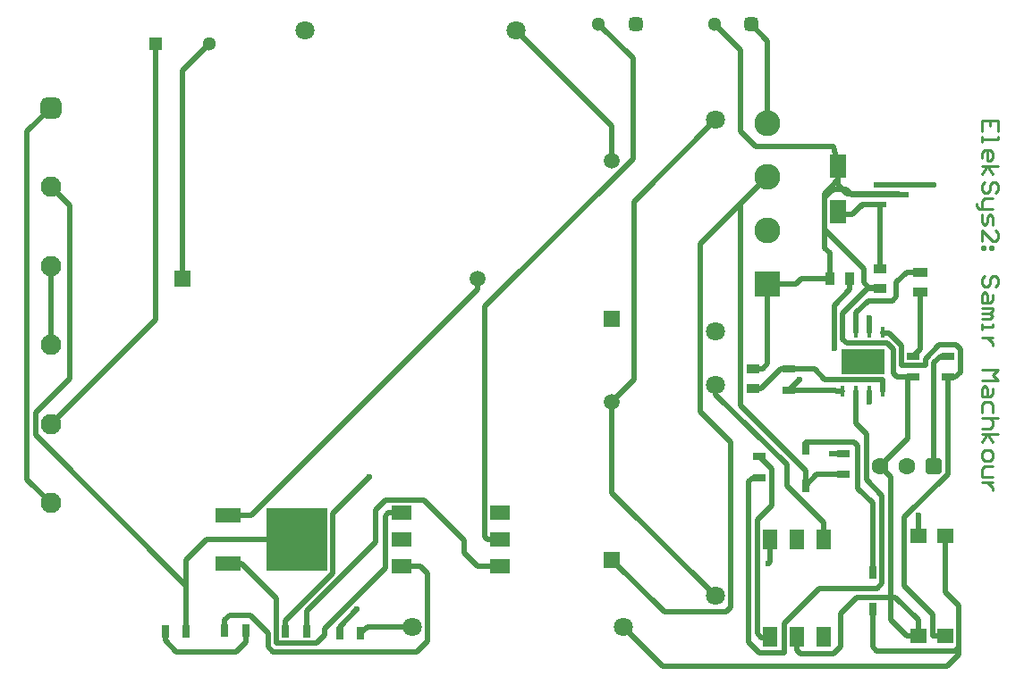
<source format=gtl>
G04*
G04 #@! TF.GenerationSoftware,Altium Limited,Altium Designer,24.5.1 (21)*
G04*
G04 Layer_Physical_Order=1*
G04 Layer_Color=255*
%FSLAX44Y44*%
%MOMM*%
G71*
G04*
G04 #@! TF.SameCoordinates,667E7DA7-0DE7-46C7-9864-8DF00163D8D0*
G04*
G04*
G04 #@! TF.FilePolarity,Positive*
G04*
G01*
G75*
%ADD14C,0.2540*%
%ADD15R,0.9000X1.3000*%
%ADD16R,1.3000X0.9000*%
%ADD17R,1.5500X1.4000*%
%ADD18R,1.4000X1.9000*%
%ADD19R,0.8000X1.1500*%
%ADD20R,1.5500X2.3000*%
%ADD21R,1.2500X0.7000*%
%ADD22R,1.4000X0.9500*%
%ADD23R,1.2500X0.6000*%
%ADD24R,4.1000X2.4000*%
%ADD25R,0.4500X1.1000*%
%ADD26R,1.9000X1.4000*%
%ADD27R,2.4000X1.4000*%
%ADD28R,5.7500X5.9000*%
%ADD29R,0.7000X1.2500*%
%ADD60C,0.5000*%
%ADD61R,1.5000X1.5000*%
%ADD62C,1.5000*%
%ADD63C,1.5190*%
%ADD64R,1.5190X1.5190*%
%ADD65C,1.8000*%
%ADD66C,1.3000*%
%ADD67R,1.3000X1.3000*%
G04:AMPARAMS|DCode=68|XSize=1.3mm|YSize=1.3mm|CornerRadius=0.325mm|HoleSize=0mm|Usage=FLASHONLY|Rotation=0.000|XOffset=0mm|YOffset=0mm|HoleType=Round|Shape=RoundedRectangle|*
%AMROUNDEDRECTD68*
21,1,1.3000,0.6500,0,0,0.0*
21,1,0.6500,1.3000,0,0,0.0*
1,1,0.6500,0.3250,-0.3250*
1,1,0.6500,-0.3250,-0.3250*
1,1,0.6500,-0.3250,0.3250*
1,1,0.6500,0.3250,0.3250*
%
%ADD68ROUNDEDRECTD68*%
G04:AMPARAMS|DCode=69|XSize=1.6mm|YSize=1.6mm|CornerRadius=0.4mm|HoleSize=0mm|Usage=FLASHONLY|Rotation=180.000|XOffset=0mm|YOffset=0mm|HoleType=Round|Shape=RoundedRectangle|*
%AMROUNDEDRECTD69*
21,1,1.6000,0.8000,0,0,180.0*
21,1,0.8000,1.6000,0,0,180.0*
1,1,0.8000,-0.4000,0.4000*
1,1,0.8000,0.4000,0.4000*
1,1,0.8000,0.4000,-0.4000*
1,1,0.8000,-0.4000,-0.4000*
%
%ADD69ROUNDEDRECTD69*%
%ADD70C,1.6000*%
%ADD71R,2.4450X2.4450*%
%ADD72C,2.4450*%
%ADD73C,1.9500*%
G04:AMPARAMS|DCode=74|XSize=1.95mm|YSize=1.95mm|CornerRadius=0.4875mm|HoleSize=0mm|Usage=FLASHONLY|Rotation=270.000|XOffset=0mm|YOffset=0mm|HoleType=Round|Shape=RoundedRectangle|*
%AMROUNDEDRECTD74*
21,1,1.9500,0.9750,0,0,270.0*
21,1,0.9750,1.9500,0,0,270.0*
1,1,0.9750,-0.4875,-0.4875*
1,1,0.9750,-0.4875,0.4875*
1,1,0.9750,0.4875,0.4875*
1,1,0.9750,0.4875,-0.4875*
%
%ADD74ROUNDEDRECTD74*%
%ADD75C,0.6000*%
D14*
X1216653Y762003D02*
Y772160D01*
X1201418D01*
Y762003D01*
X1209036Y772160D02*
Y767082D01*
X1201418Y756925D02*
Y751847D01*
Y754386D01*
X1216653D01*
Y756925D01*
X1201418Y736611D02*
Y741690D01*
X1203958Y744229D01*
X1209036D01*
X1211575Y741690D01*
Y736611D01*
X1209036Y734072D01*
X1206497D01*
Y744229D01*
X1201418Y728994D02*
X1216653D01*
X1206497D02*
X1211575Y721376D01*
X1206497Y728994D02*
X1201418Y721376D01*
X1214114Y703602D02*
X1216653Y706141D01*
Y711220D01*
X1214114Y713759D01*
X1211575D01*
X1209036Y711220D01*
Y706141D01*
X1206497Y703602D01*
X1203958D01*
X1201418Y706141D01*
Y711220D01*
X1203958Y713759D01*
X1211575Y698524D02*
X1203958D01*
X1201418Y695985D01*
Y688367D01*
X1198879D01*
X1196340Y690906D01*
Y693446D01*
X1201418Y688367D02*
X1211575D01*
X1201418Y683289D02*
Y675671D01*
X1203958Y673132D01*
X1206497Y675671D01*
Y680750D01*
X1209036Y683289D01*
X1211575Y680750D01*
Y673132D01*
X1201418Y657897D02*
Y668054D01*
X1211575Y657897D01*
X1214114D01*
X1216653Y660436D01*
Y665515D01*
X1214114Y668054D01*
X1211575Y652819D02*
Y650279D01*
X1209036D01*
Y652819D01*
X1211575D01*
X1203958D02*
Y650279D01*
X1201418D01*
Y652819D01*
X1203958D01*
X1214114Y614731D02*
X1216653Y617270D01*
Y622349D01*
X1214114Y624888D01*
X1211575D01*
X1209036Y622349D01*
Y617270D01*
X1206497Y614731D01*
X1203958D01*
X1201418Y617270D01*
Y622349D01*
X1203958Y624888D01*
X1211575Y607113D02*
Y602035D01*
X1209036Y599496D01*
X1201418D01*
Y607113D01*
X1203958Y609653D01*
X1206497Y607113D01*
Y599496D01*
X1201418Y594417D02*
X1211575D01*
Y591878D01*
X1209036Y589339D01*
X1201418D01*
X1209036D01*
X1211575Y586800D01*
X1209036Y584261D01*
X1201418D01*
Y579182D02*
Y574104D01*
Y576643D01*
X1211575D01*
Y579182D01*
Y566487D02*
X1201418D01*
X1206497D01*
X1209036Y563947D01*
X1211575Y561408D01*
Y558869D01*
X1201418Y536016D02*
X1216653D01*
X1211575Y530938D01*
X1216653Y525860D01*
X1201418D01*
X1211575Y518242D02*
Y513164D01*
X1209036Y510625D01*
X1201418D01*
Y518242D01*
X1203958Y520781D01*
X1206497Y518242D01*
Y510625D01*
X1211575Y495390D02*
Y503007D01*
X1209036Y505546D01*
X1203958D01*
X1201418Y503007D01*
Y495390D01*
X1216653Y490311D02*
X1201418D01*
X1209036D01*
X1211575Y487772D01*
Y482694D01*
X1209036Y480154D01*
X1201418D01*
Y475076D02*
X1216653D01*
X1206497D02*
X1211575Y467459D01*
X1206497Y475076D02*
X1201418Y467459D01*
Y457302D02*
Y452224D01*
X1203958Y449684D01*
X1209036D01*
X1211575Y452224D01*
Y457302D01*
X1209036Y459841D01*
X1203958D01*
X1201418Y457302D01*
X1211575Y444606D02*
X1203958D01*
X1201418Y442067D01*
Y434449D01*
X1211575D01*
Y429371D02*
X1201418D01*
X1206497D01*
X1209036Y426832D01*
X1211575Y424292D01*
Y421753D01*
D15*
X1076300Y622300D02*
D03*
X1057300D02*
D03*
D16*
X984758Y536804D02*
D03*
Y517804D02*
D03*
X1104900Y631800D02*
D03*
Y612800D02*
D03*
D17*
X1166368Y378712D02*
D03*
X1140968D02*
D03*
Y283212D02*
D03*
X1166368D02*
D03*
D18*
X1000760Y375430D02*
D03*
X1026160D02*
D03*
X1051560D02*
D03*
Y282430D02*
D03*
X1026160D02*
D03*
X1000760D02*
D03*
D19*
X1097788Y308890D02*
D03*
Y343890D02*
D03*
X1034288Y426264D02*
D03*
Y461264D02*
D03*
D20*
X1065276Y728546D02*
D03*
Y685546D02*
D03*
D21*
X990854Y453738D02*
D03*
Y433738D02*
D03*
X1136396Y528734D02*
D03*
Y548734D02*
D03*
X1169162Y528734D02*
D03*
Y548734D02*
D03*
X1018794Y536542D02*
D03*
Y516542D02*
D03*
X1070356Y456532D02*
D03*
Y436532D02*
D03*
D22*
X1143000Y628600D02*
D03*
Y609600D02*
D03*
D23*
X1104900Y711200D02*
D03*
Y692200D02*
D03*
X1125900Y701700D02*
D03*
D24*
X1088644Y543874D02*
D03*
D25*
X1069594Y571874D02*
D03*
X1082294D02*
D03*
X1094994D02*
D03*
X1107694D02*
D03*
Y515874D02*
D03*
X1094994D02*
D03*
X1082294D02*
D03*
X1069594D02*
D03*
D26*
X652000Y349250D02*
D03*
Y374650D02*
D03*
Y400050D02*
D03*
X745000D02*
D03*
Y374650D02*
D03*
Y349250D02*
D03*
D27*
X487200Y351800D02*
D03*
Y397500D02*
D03*
D28*
X552450Y374650D02*
D03*
D29*
X613250Y286004D02*
D03*
X593250D02*
D03*
X504378Y288290D02*
D03*
X484378D02*
D03*
X447896Y288036D02*
D03*
X427896D02*
D03*
X561942D02*
D03*
X541942D02*
D03*
D60*
X1179322Y265938D02*
Y273050D01*
X1122680Y701700D02*
Y703072D01*
Y701700D02*
X1125900D01*
X1077976D02*
X1122680D01*
X1076604Y703072D02*
X1122680D01*
X1073150D02*
X1076604D01*
X1094045Y614130D02*
X1095375Y612800D01*
X1089660Y618515D02*
X1094045Y614130D01*
X1065276Y710946D02*
Y716026D01*
X1069086Y707136D02*
X1073150Y703072D01*
X1065276Y710946D02*
X1069086Y707136D01*
X1072540D01*
X1060450D02*
X1069086D01*
X1076604Y703072D02*
X1077976Y701700D01*
X1072540Y707136D02*
X1076604Y703072D01*
X1131316Y470916D02*
Y528734D01*
X1120565D02*
X1131316D01*
X1114828Y320294D02*
X1119378D01*
X1082802D02*
X1114828D01*
Y434572D01*
Y298684D02*
Y320294D01*
X1052322Y699008D02*
Y703072D01*
Y668782D02*
Y699008D01*
Y651408D02*
Y668782D01*
X1107694Y570230D02*
X1113420D01*
X973074Y693674D02*
X998474Y719074D01*
X934720Y655320D02*
X973074Y693674D01*
X1078865Y682879D02*
X1088186Y692200D01*
X1065276Y682879D02*
X1078865D01*
X1034288Y467445D02*
X1079964D01*
X992124Y282194D02*
X1000760D01*
X447896Y331376D02*
Y355600D01*
Y288036D02*
Y331376D01*
X1076300Y611988D02*
Y622300D01*
X1061212Y596900D02*
X1076300Y611988D01*
X1061212Y556260D02*
Y596900D01*
X1018794Y516542D02*
X1028794Y526542D01*
X1104900Y711200D02*
X1155700D01*
X541942Y288036D02*
Y298356D01*
X586727Y343141D01*
Y399783D01*
X621284Y434340D01*
X1094994Y571874D02*
Y584962D01*
X297209Y761610D02*
X320000Y784400D01*
X297209Y432191D02*
Y761610D01*
Y432191D02*
X320000Y409400D01*
X733425Y374650D02*
X745000D01*
X730250Y377825D02*
X733425Y374650D01*
X730250Y377825D02*
Y595630D01*
X870712Y736092D01*
Y831088D01*
X838200Y863600D02*
X870712Y831088D01*
X1069594Y571874D02*
Y589679D01*
X1094045Y614130D01*
X1104900Y612800D01*
X947700Y863600D02*
X972566Y838734D01*
Y762000D02*
Y838734D01*
Y762000D02*
X987044Y747522D01*
X1060704D01*
X1065276Y728546D01*
X1154938Y283212D02*
X1166368D01*
X1154938D02*
Y304038D01*
X1128014Y330962D02*
X1154938Y304038D01*
X1128014Y330962D02*
Y395986D01*
X1169162Y437134D01*
Y528734D01*
X1140968Y378712D02*
Y397510D01*
X1058672Y456532D02*
X1070356D01*
X948944Y511926D02*
Y521386D01*
Y511926D02*
X1017031Y446380D01*
Y425450D02*
Y446380D01*
Y425450D02*
X1051560Y390921D01*
Y375430D02*
Y390921D01*
X619346Y292100D02*
X662000D01*
X613250Y286004D02*
X619346Y292100D01*
X1034288Y426264D02*
Y440436D01*
X973074Y501650D02*
X1034288Y440436D01*
X973074Y501650D02*
Y693674D01*
X850900Y355600D02*
X900430Y306070D01*
X958850D01*
X963168Y310388D01*
Y467360D01*
X934720Y495808D02*
X963168Y467360D01*
X934720Y495808D02*
Y655320D01*
X1088186Y692200D02*
X1104900D01*
X1086562Y690880D02*
X1088186Y692200D01*
X998474Y769874D02*
Y847826D01*
X982700Y863600D02*
X998474Y847826D01*
X850900Y734200D02*
Y766750D01*
X760400Y857250D02*
X850900Y766750D01*
X487200Y397500D02*
X509270D01*
X723900Y612130D01*
Y622300D01*
X850900Y419430D02*
Y505600D01*
Y419430D02*
X948944Y321386D01*
X444500Y622300D02*
Y819150D01*
X469900Y844550D01*
X561942Y288036D02*
Y307042D01*
X626999Y372099D01*
Y402971D01*
X636270Y412242D01*
X673100D01*
X711200Y374142D01*
Y361950D02*
Y374142D01*
Y361950D02*
X723900Y349250D01*
X745000D01*
X419100Y583500D02*
Y844550D01*
X320000Y484400D02*
X419100Y583500D01*
X320000Y709400D02*
X337566Y691834D01*
Y527657D02*
Y691834D01*
X305209Y495300D02*
X337566Y527657D01*
X305209Y474063D02*
Y495300D01*
Y474063D02*
X447896Y331376D01*
X487200Y351800D02*
X500380D01*
X533401Y318779D01*
Y276746D02*
Y318779D01*
Y276746D02*
X571500D01*
X579046Y284291D01*
Y290106D01*
X636492Y347552D01*
Y397478D01*
X639064Y400050D01*
X652000D01*
Y349250D02*
X669798D01*
X676148Y342900D01*
Y278130D02*
Y342900D01*
X666242Y268224D02*
X676148Y278130D01*
X530225Y268224D02*
X666242D01*
X525401Y273048D02*
X530225Y268224D01*
X525401Y273048D02*
Y286129D01*
X508508Y303022D02*
X525401Y286129D01*
X488950Y303022D02*
X508508D01*
X484378Y298450D02*
X488950Y303022D01*
X484378Y288290D02*
Y298450D01*
X1000760Y353822D02*
Y375430D01*
X998728Y351790D02*
X1000760Y353822D01*
X593250Y286004D02*
Y292260D01*
X609600Y308610D01*
X1026160Y269875D02*
Y282430D01*
Y269875D02*
X1029589Y266446D01*
X1060704D01*
X1067308Y273050D01*
Y304800D01*
X1082802Y320294D01*
X1119378D02*
X1140968Y298704D01*
Y283212D02*
Y298704D01*
X1166368Y325374D02*
Y378712D01*
X1168400Y255016D02*
X1179322Y265938D01*
X899084Y255016D02*
X1168400D01*
X862000Y292100D02*
X899084Y255016D01*
X1166368Y325374D02*
X1179322Y312420D01*
Y273050D02*
Y312420D01*
X1175512Y269240D02*
X1179322Y273050D01*
X1101598Y269240D02*
X1175512D01*
X1097788Y273050D02*
X1101598Y269240D01*
X1097788Y273050D02*
Y308890D01*
X1044556Y436532D02*
X1070356D01*
X1034288Y426264D02*
X1044556Y436532D01*
X1094994Y505714D02*
Y515874D01*
X998474Y541503D02*
Y617474D01*
X993775Y536804D02*
X998474Y541503D01*
X984758Y536804D02*
X993775D01*
X1082294Y571874D02*
Y589788D01*
X1093724Y601218D01*
X1116330D01*
X1120394Y605282D01*
Y618694D01*
X1130300Y628600D01*
X1143000D01*
X984250Y433738D02*
X990854D01*
X980440Y429928D02*
X984250Y433738D01*
X980440Y277876D02*
Y429928D01*
Y277876D02*
X990600Y267716D01*
X1013968D01*
Y295275D01*
X1047369Y328676D01*
X1102129D01*
X1106828Y333375D01*
Y416577D01*
X1091860Y431546D02*
X1106828Y416577D01*
X1091860Y431546D02*
Y475234D01*
X1082294Y484800D02*
X1091860Y475234D01*
X1082294Y484800D02*
Y515874D01*
X1162050Y548734D02*
X1169162D01*
X1155890Y542574D02*
X1162050Y548734D01*
X1155890Y538924D02*
Y542574D01*
X1155700Y538734D02*
X1155890Y538924D01*
X1155700Y444500D02*
Y538734D01*
X1117106Y532193D02*
X1120565Y528734D01*
X1117106Y532193D02*
Y555230D01*
X1111250Y561086D02*
X1117106Y555230D01*
X1073150Y561086D02*
X1111250D01*
X1069594Y564642D02*
X1073150Y561086D01*
X1069594Y564642D02*
Y571874D01*
X1136396Y548734D02*
X1143000Y555338D01*
Y609600D01*
X1107694Y570230D02*
Y571874D01*
X1113420Y570230D02*
X1125106Y558544D01*
Y540193D02*
Y558544D01*
Y540193D02*
X1147826D01*
Y546100D01*
X1161034Y559308D01*
X1176909D01*
X1180592Y555625D01*
Y533400D02*
Y555625D01*
X1175926Y528734D02*
X1180592Y533400D01*
X1169162Y528734D02*
X1175926D01*
X1063486Y515874D02*
X1069594D01*
X1062818Y516542D02*
X1063486Y515874D01*
X1018794Y516542D02*
X1062818D01*
X1107694Y515874D02*
Y526796D01*
X1052416D02*
X1107694D01*
X1042670Y536542D02*
X1052416Y526796D01*
X1018794Y536542D02*
X1042670D01*
X1097788Y343890D02*
Y409531D01*
X1083860Y423460D02*
X1097788Y409531D01*
X1083860Y423460D02*
Y463550D01*
X1079964Y467445D02*
X1083860Y463550D01*
X1034288Y461264D02*
Y467445D01*
X1130300Y283212D02*
X1140968D01*
X1114828Y298684D02*
X1130300Y283212D01*
X1104900Y444500D02*
X1114828Y434572D01*
X1000760Y282194D02*
Y282430D01*
X988568Y285750D02*
X992124Y282194D01*
X988568Y285750D02*
Y393700D01*
X1002284Y407416D01*
Y442308D01*
X990854Y453738D02*
X1002284Y442308D01*
X1057300Y622300D02*
Y646430D01*
X1052322Y651408D02*
X1057300Y646430D01*
X1052322Y703072D02*
X1065276Y716026D01*
Y728546D01*
X466946Y374650D02*
X552450D01*
X447896Y355600D02*
X466946Y374650D01*
X1131316Y528734D02*
X1136396D01*
X1104900Y444500D02*
X1131316Y470916D01*
X850900Y505600D02*
X871728Y526428D01*
Y695457D01*
X948944Y772673D01*
X1065276Y682879D02*
Y685546D01*
X1095375Y612800D02*
X1104900D01*
X1089660Y618515D02*
Y631444D01*
X1052322Y668782D02*
X1089660Y631444D01*
X1052322Y699008D02*
X1060450Y707136D01*
X1030224Y622300D02*
X1057300D01*
X1025398Y617474D02*
X1030224Y622300D01*
X998474Y617474D02*
X1025398D01*
X1011116Y536542D02*
X1018794D01*
X992378Y517804D02*
X1011116Y536542D01*
X984758Y517804D02*
X992378D01*
X427896Y278986D02*
Y288036D01*
Y278986D02*
X438150Y268732D01*
X495300D01*
X504378Y277810D01*
Y288290D01*
X320000Y559400D02*
Y634400D01*
X1104900Y631800D02*
Y692200D01*
D61*
X850900Y355600D02*
D03*
Y584200D02*
D03*
D62*
Y505600D02*
D03*
Y734200D02*
D03*
D63*
X723900Y622300D02*
D03*
D64*
X444500D02*
D03*
D65*
X948944Y572673D02*
D03*
Y772673D02*
D03*
X662000Y292100D02*
D03*
X862000D02*
D03*
X760400Y857250D02*
D03*
X560400D02*
D03*
X948944Y521386D02*
D03*
Y321386D02*
D03*
D66*
X469900Y844550D02*
D03*
X947700Y863600D02*
D03*
X838200D02*
D03*
D67*
X419100Y844550D02*
D03*
D68*
X982700Y863600D02*
D03*
X873200D02*
D03*
D69*
X1155700Y444500D02*
D03*
D70*
X1130300D02*
D03*
X1104900D02*
D03*
D71*
X998474Y617474D02*
D03*
D72*
Y668274D02*
D03*
Y719074D02*
D03*
Y769874D02*
D03*
D73*
X320000Y559400D02*
D03*
Y709400D02*
D03*
Y634400D02*
D03*
Y484400D02*
D03*
Y409400D02*
D03*
D74*
Y784400D02*
D03*
D75*
X1061212Y556260D02*
D03*
X1028794Y526542D02*
D03*
X1155700Y711200D02*
D03*
X621284Y434340D02*
D03*
X1094994Y584962D02*
D03*
X1140968Y397510D02*
D03*
X1058672Y456532D02*
D03*
X1086562Y690880D02*
D03*
X998728Y351790D02*
D03*
X609600Y308610D02*
D03*
X1094994Y505714D02*
D03*
M02*

</source>
